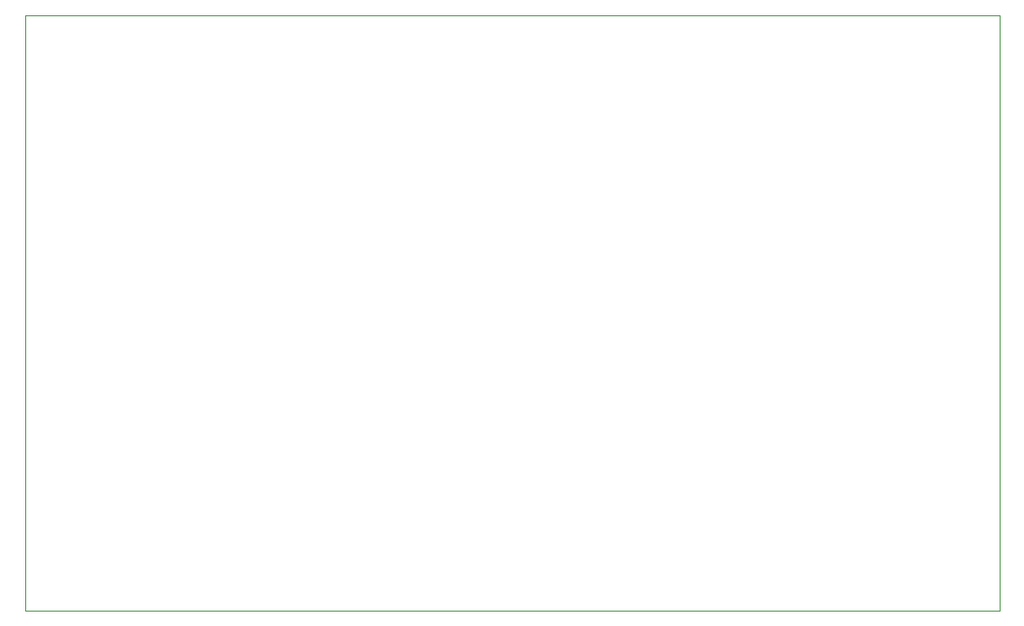
<source format=gbr>
G04 #@! TF.FileFunction,Profile,NP*
%FSLAX46Y46*%
G04 Gerber Fmt 4.6, Leading zero omitted, Abs format (unit mm)*
G04 Created by KiCad (PCBNEW 4.0.5) date 05/18/17 11:13:03*
%MOMM*%
%LPD*%
G01*
G04 APERTURE LIST*
%ADD10C,0.100000*%
G04 APERTURE END LIST*
D10*
X214630000Y-88900000D02*
X214630000Y-97790000D01*
X214630000Y-80010000D02*
X214630000Y-88900000D01*
X123190000Y-80010000D02*
X214630000Y-80010000D01*
X123190000Y-135890000D02*
X123190000Y-80010000D01*
X214630000Y-135890000D02*
X123190000Y-135890000D01*
X214630000Y-119380000D02*
X214630000Y-135890000D01*
X214630000Y-90170000D02*
X214630000Y-119380000D01*
M02*

</source>
